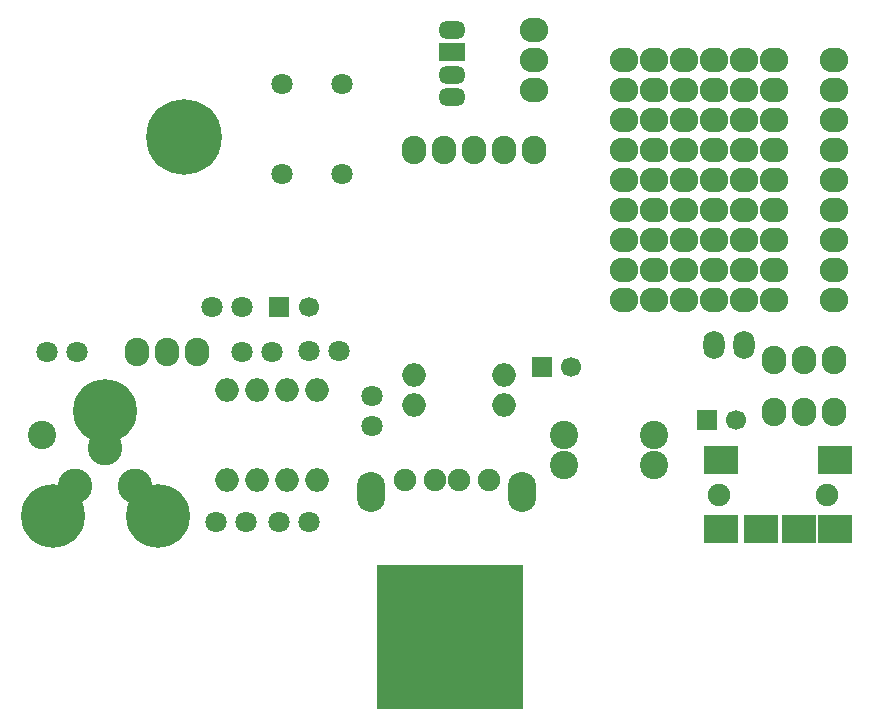
<source format=gbr>
G04 #@! TF.FileFunction,Soldermask,Bot*
%FSLAX46Y46*%
G04 Gerber Fmt 4.6, Leading zero omitted, Abs format (unit mm)*
G04 Created by KiCad (PCBNEW 4.0.2+dfsg1-stable) date 2016年07月15日 17時34分00秒*
%MOMM*%
G01*
G04 APERTURE LIST*
%ADD10C,0.100000*%
%ADD11O,2.305000X1.517600*%
%ADD12R,2.305000X1.517600*%
%ADD13O,2.400000X2.100000*%
%ADD14O,2.100000X2.400000*%
%ADD15C,2.398980*%
%ADD16C,1.901140*%
%ADD17O,2.400000X3.400000*%
%ADD18O,1.800000X2.400000*%
%ADD19C,2.400000*%
%ADD20C,6.400000*%
%ADD21O,2.000000X2.000000*%
%ADD22R,2.900000X2.400000*%
%ADD23C,1.900000*%
%ADD24R,1.400000X7.810000*%
%ADD25R,1.400000X6.810000*%
%ADD26R,12.400000X12.150000*%
%ADD27C,1.797000*%
%ADD28C,5.400000*%
%ADD29C,2.940000*%
%ADD30R,1.700000X1.700000*%
%ADD31C,1.700000*%
G04 APERTURE END LIST*
D10*
D11*
X173355000Y-95250000D03*
D12*
X173355000Y-97155000D03*
D11*
X173355000Y-99060000D03*
X173355000Y-100965000D03*
D13*
X180340000Y-95250000D03*
X180340000Y-97790000D03*
X180340000Y-100330000D03*
D14*
X151765000Y-122555000D03*
X149225000Y-122555000D03*
X146685000Y-122555000D03*
X170180000Y-105410000D03*
X175260000Y-105410000D03*
X172720000Y-105410000D03*
X177800000Y-105410000D03*
X180340000Y-105410000D03*
D15*
X138684000Y-129540000D03*
D16*
X176530860Y-133347880D03*
X173990860Y-133347880D03*
X171958860Y-133347880D03*
X169418860Y-133347880D03*
D17*
X179318000Y-134380000D03*
X166518000Y-134380000D03*
D14*
X200660000Y-127635000D03*
X203200000Y-127635000D03*
X205740000Y-127635000D03*
X200660000Y-123190000D03*
X203200000Y-123190000D03*
X205740000Y-123190000D03*
D18*
X195580000Y-121920000D03*
X198120000Y-121920000D03*
D19*
X182890160Y-132080000D03*
X190489840Y-132080000D03*
D20*
X150660000Y-104310000D03*
D21*
X161925000Y-125730000D03*
X159385000Y-125730000D03*
X156845000Y-125730000D03*
X154305000Y-125730000D03*
X154305000Y-133350000D03*
X156845000Y-133350000D03*
X159385000Y-133350000D03*
X161925000Y-133350000D03*
D22*
X196145000Y-131720000D03*
X205845000Y-131720000D03*
X199545000Y-137520000D03*
X196145000Y-137520000D03*
X205845000Y-137520000D03*
D23*
X205145000Y-134620000D03*
X195945000Y-134620000D03*
D22*
X202745000Y-137520000D03*
D24*
X176728000Y-147592000D03*
D25*
X174228000Y-147092000D03*
X172228000Y-147092000D03*
D24*
X169728000Y-147592000D03*
D26*
X173228000Y-146672000D03*
D27*
X153035000Y-118745000D03*
X155575000Y-118745000D03*
X153416000Y-136906000D03*
X155956000Y-136906000D03*
X158750000Y-136906000D03*
X161290000Y-136906000D03*
X166624000Y-128778000D03*
X166624000Y-126238000D03*
X161290000Y-122428000D03*
X163830000Y-122428000D03*
X155575000Y-122555000D03*
X158115000Y-122555000D03*
X139065000Y-122555000D03*
X141605000Y-122555000D03*
D21*
X177800000Y-127000000D03*
X177800000Y-124460000D03*
X170180000Y-124460000D03*
X170180000Y-127000000D03*
D19*
X182890160Y-129540000D03*
X190489840Y-129540000D03*
D28*
X139573000Y-136398000D03*
X144018000Y-127508000D03*
X148463000Y-136398000D03*
D29*
X141478000Y-133858000D03*
X144018000Y-130683000D03*
X146558000Y-133858000D03*
D27*
X164084000Y-107442000D03*
X159004000Y-107442000D03*
X164084000Y-99822000D03*
X159004000Y-99822000D03*
D30*
X194945000Y-128270000D03*
D31*
X197445000Y-128270000D03*
X183475000Y-123825000D03*
D30*
X180975000Y-123825000D03*
D13*
X205740000Y-97790000D03*
X205740000Y-107950000D03*
X205740000Y-105410000D03*
X205740000Y-100330000D03*
X205740000Y-102870000D03*
X205740000Y-113030000D03*
X205740000Y-110490000D03*
X205740000Y-115570000D03*
X205740000Y-118110000D03*
X198120000Y-97790000D03*
X198120000Y-107950000D03*
X198120000Y-105410000D03*
X198120000Y-100330000D03*
X198120000Y-102870000D03*
X198120000Y-113030000D03*
X198120000Y-110490000D03*
X198120000Y-115570000D03*
X198120000Y-118110000D03*
X193040000Y-118110000D03*
X193040000Y-107950000D03*
X193040000Y-110490000D03*
X193040000Y-115570000D03*
X193040000Y-113030000D03*
X193040000Y-102870000D03*
X193040000Y-105410000D03*
X193040000Y-100330000D03*
X193040000Y-97790000D03*
X195580000Y-118110000D03*
X195580000Y-107950000D03*
X195580000Y-110490000D03*
X195580000Y-115570000D03*
X195580000Y-113030000D03*
X195580000Y-102870000D03*
X195580000Y-105410000D03*
X195580000Y-100330000D03*
X195580000Y-97790000D03*
X200660000Y-97790000D03*
X200660000Y-107950000D03*
X200660000Y-105410000D03*
X200660000Y-100330000D03*
X200660000Y-102870000D03*
X200660000Y-113030000D03*
X200660000Y-110490000D03*
X200660000Y-115570000D03*
X200660000Y-118110000D03*
X187960000Y-118110000D03*
X187960000Y-107950000D03*
X187960000Y-110490000D03*
X187960000Y-115570000D03*
X187960000Y-113030000D03*
X187960000Y-102870000D03*
X187960000Y-105410000D03*
X187960000Y-100330000D03*
X187960000Y-97790000D03*
X190500000Y-118110000D03*
X190500000Y-107950000D03*
X190500000Y-110490000D03*
X190500000Y-115570000D03*
X190500000Y-113030000D03*
X190500000Y-102870000D03*
X190500000Y-105410000D03*
X190500000Y-100330000D03*
X190500000Y-97790000D03*
D30*
X158750000Y-118745000D03*
D31*
X161250000Y-118745000D03*
M02*

</source>
